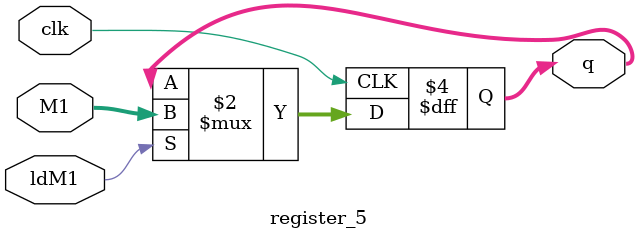
<source format=v>
module register_5(M1, ldM1, clk, q);
  input [4:0] M1;
  input ldM1, clk;
  output [4:0] q;
  reg [4:0] q;
  
  always @(posedge clk)
    if (ldM1)
      q <= M1;
  
endmodule


</source>
